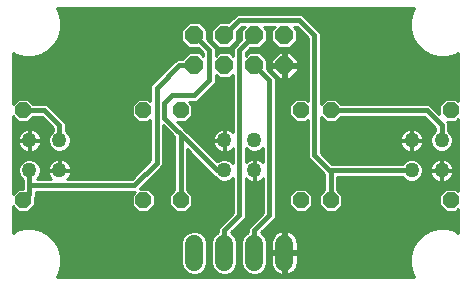
<source format=gbl>
G75*
%MOIN*%
%OFA0B0*%
%FSLAX25Y25*%
%IPPOS*%
%LPD*%
%AMOC8*
5,1,8,0,0,1.08239X$1,22.5*
%
%ADD10OC8,0.06000*%
%ADD11OC8,0.05200*%
%ADD12C,0.05000*%
%ADD13C,0.06000*%
%ADD14C,0.01600*%
%ADD15C,0.01000*%
%ADD16R,0.03962X0.03962*%
D10*
X0069948Y0076500D03*
X0079948Y0076500D03*
X0089948Y0076500D03*
X0099948Y0076500D03*
X0099948Y0086500D03*
X0089948Y0086500D03*
X0079948Y0086500D03*
X0069948Y0086500D03*
D11*
X0065448Y0061500D03*
X0052948Y0061500D03*
X0012948Y0061500D03*
X0012948Y0031500D03*
X0052948Y0031500D03*
X0065448Y0031500D03*
X0105448Y0031500D03*
X0115448Y0031500D03*
X0155448Y0031500D03*
X0155448Y0061500D03*
X0115448Y0061500D03*
X0105448Y0061500D03*
D12*
X0089948Y0051500D03*
X0079948Y0051500D03*
X0079948Y0041500D03*
X0089948Y0041500D03*
X0142448Y0041500D03*
X0152448Y0041500D03*
X0152448Y0051500D03*
X0142448Y0051500D03*
X0024948Y0051500D03*
X0014948Y0051500D03*
X0014948Y0041500D03*
X0024948Y0041500D03*
D13*
X0069948Y0017000D02*
X0069948Y0011000D01*
X0079948Y0011000D02*
X0079948Y0017000D01*
X0089948Y0017000D02*
X0089948Y0011000D01*
X0099948Y0011000D02*
X0099948Y0017000D01*
D14*
X0089948Y0014000D02*
X0089948Y0021500D01*
X0094948Y0026500D01*
X0094948Y0071500D01*
X0089948Y0076500D01*
X0084948Y0081500D02*
X0084948Y0026500D01*
X0079948Y0021500D01*
X0079948Y0014000D01*
X0065448Y0031500D02*
X0065448Y0053500D01*
X0077448Y0041500D01*
X0079948Y0041500D01*
X0065448Y0053500D02*
X0063698Y0055250D01*
X0059948Y0059000D01*
X0059948Y0064000D01*
X0062448Y0066500D01*
X0069948Y0066500D01*
X0074948Y0071500D01*
X0074948Y0081500D01*
X0069948Y0086500D01*
X0079948Y0086500D02*
X0084948Y0091500D01*
X0104948Y0091500D01*
X0109948Y0086500D01*
X0109948Y0046500D01*
X0114948Y0041500D01*
X0115448Y0041000D01*
X0115448Y0031500D01*
X0114948Y0041500D02*
X0142448Y0041500D01*
X0152448Y0051500D02*
X0152448Y0056500D01*
X0147448Y0061500D01*
X0115448Y0061500D01*
X0089948Y0086500D02*
X0084948Y0081500D01*
X0069948Y0076500D02*
X0064948Y0076500D01*
X0057448Y0069000D01*
X0057448Y0044000D01*
X0049948Y0036500D01*
X0014948Y0036500D01*
X0014948Y0041500D01*
X0014948Y0036000D02*
X0014948Y0033500D01*
X0012948Y0031500D01*
X0024948Y0051500D02*
X0024948Y0056500D01*
X0019948Y0061500D01*
X0012948Y0061500D01*
D15*
X0024854Y0007174D02*
X0024176Y0006000D01*
X0143200Y0006000D01*
X0142523Y0007174D01*
X0141787Y0009921D01*
X0141787Y0012764D01*
X0142523Y0015511D01*
X0143944Y0017973D01*
X0145955Y0019984D01*
X0148417Y0021406D01*
X0151164Y0022142D01*
X0154008Y0022142D01*
X0156754Y0021406D01*
X0157928Y0020728D01*
X0157928Y0028465D01*
X0157063Y0027600D01*
X0153833Y0027600D01*
X0151548Y0029885D01*
X0151548Y0033115D01*
X0153833Y0035400D01*
X0157063Y0035400D01*
X0157928Y0034535D01*
X0157928Y0058465D01*
X0157063Y0057600D01*
X0154318Y0057600D01*
X0154548Y0057370D01*
X0154548Y0054743D01*
X0154601Y0054721D01*
X0155670Y0053653D01*
X0156248Y0052256D01*
X0156248Y0050744D01*
X0155670Y0049347D01*
X0154601Y0048279D01*
X0153204Y0047700D01*
X0151692Y0047700D01*
X0150295Y0048279D01*
X0149227Y0049347D01*
X0148648Y0050744D01*
X0148648Y0052256D01*
X0149227Y0053653D01*
X0150295Y0054721D01*
X0150348Y0054743D01*
X0150348Y0055630D01*
X0146578Y0059400D01*
X0118863Y0059400D01*
X0117063Y0057600D01*
X0113833Y0057600D01*
X0112048Y0059385D01*
X0112048Y0047370D01*
X0115818Y0043600D01*
X0139205Y0043600D01*
X0139227Y0043653D01*
X0140295Y0044721D01*
X0141692Y0045300D01*
X0143204Y0045300D01*
X0144601Y0044721D01*
X0145670Y0043653D01*
X0146248Y0042256D01*
X0146248Y0040744D01*
X0145670Y0039347D01*
X0144601Y0038279D01*
X0143204Y0037700D01*
X0141692Y0037700D01*
X0140295Y0038279D01*
X0139227Y0039347D01*
X0139205Y0039400D01*
X0117548Y0039400D01*
X0117548Y0034915D01*
X0119348Y0033115D01*
X0119348Y0029885D01*
X0117063Y0027600D01*
X0113833Y0027600D01*
X0111548Y0029885D01*
X0111548Y0033115D01*
X0113348Y0034915D01*
X0113348Y0040130D01*
X0112848Y0040630D01*
X0107848Y0045630D01*
X0107848Y0058385D01*
X0107063Y0057600D01*
X0103833Y0057600D01*
X0101548Y0059885D01*
X0101548Y0063115D01*
X0103833Y0065400D01*
X0107063Y0065400D01*
X0107848Y0064615D01*
X0107848Y0085630D01*
X0104078Y0089400D01*
X0103129Y0089400D01*
X0104248Y0088281D01*
X0104248Y0084719D01*
X0101729Y0082200D01*
X0098167Y0082200D01*
X0095648Y0084719D01*
X0095648Y0088281D01*
X0096767Y0089400D01*
X0093129Y0089400D01*
X0094248Y0088281D01*
X0094248Y0084719D01*
X0091729Y0082200D01*
X0088618Y0082200D01*
X0087048Y0080630D01*
X0087048Y0079681D01*
X0088167Y0080800D01*
X0091729Y0080800D01*
X0094248Y0078281D01*
X0094248Y0075170D01*
X0095818Y0073600D01*
X0097048Y0072370D01*
X0097048Y0025630D01*
X0095818Y0024400D01*
X0095818Y0024400D01*
X0092157Y0020739D01*
X0092384Y0020645D01*
X0093593Y0019436D01*
X0094248Y0017855D01*
X0094248Y0010145D01*
X0093593Y0008564D01*
X0092384Y0007355D01*
X0090803Y0006700D01*
X0089093Y0006700D01*
X0087512Y0007355D01*
X0086303Y0008564D01*
X0085648Y0010145D01*
X0085648Y0017855D01*
X0086303Y0019436D01*
X0087512Y0020645D01*
X0087848Y0020784D01*
X0087848Y0022370D01*
X0089078Y0023600D01*
X0089078Y0023600D01*
X0092848Y0027370D01*
X0092848Y0038743D01*
X0092498Y0038393D01*
X0091843Y0037955D01*
X0091115Y0037654D01*
X0090342Y0037500D01*
X0090048Y0037500D01*
X0090048Y0041400D01*
X0089848Y0041400D01*
X0089848Y0037500D01*
X0089554Y0037500D01*
X0088781Y0037654D01*
X0088053Y0037955D01*
X0087398Y0038393D01*
X0087048Y0038743D01*
X0087048Y0025630D01*
X0082157Y0020739D01*
X0082384Y0020645D01*
X0083593Y0019436D01*
X0084248Y0017855D01*
X0084248Y0010145D01*
X0083593Y0008564D01*
X0082384Y0007355D01*
X0080803Y0006700D01*
X0079093Y0006700D01*
X0077512Y0007355D01*
X0076303Y0008564D01*
X0075648Y0010145D01*
X0075648Y0017855D01*
X0076303Y0019436D01*
X0077512Y0020645D01*
X0077848Y0020784D01*
X0077848Y0022370D01*
X0079078Y0023600D01*
X0082848Y0027370D01*
X0082848Y0039026D01*
X0082101Y0038279D01*
X0080704Y0037700D01*
X0079192Y0037700D01*
X0077795Y0038279D01*
X0076727Y0039347D01*
X0076705Y0039400D01*
X0076578Y0039400D01*
X0067548Y0048430D01*
X0067548Y0048430D01*
X0067548Y0034915D01*
X0069348Y0033115D01*
X0069348Y0029885D01*
X0067063Y0027600D01*
X0063833Y0027600D01*
X0061548Y0029885D01*
X0061548Y0033115D01*
X0063348Y0034915D01*
X0063348Y0052630D01*
X0062828Y0053150D01*
X0059548Y0056430D01*
X0059548Y0043130D01*
X0051818Y0035400D01*
X0054563Y0035400D01*
X0056848Y0033115D01*
X0056848Y0029885D01*
X0054563Y0027600D01*
X0051333Y0027600D01*
X0049048Y0029885D01*
X0049048Y0033115D01*
X0050333Y0034400D01*
X0017048Y0034400D01*
X0017048Y0032630D01*
X0016848Y0032430D01*
X0016848Y0029885D01*
X0014563Y0027600D01*
X0011333Y0027600D01*
X0009448Y0029485D01*
X0009448Y0020728D01*
X0010622Y0021406D01*
X0013369Y0022142D01*
X0016212Y0022142D01*
X0018959Y0021406D01*
X0021421Y0019984D01*
X0023432Y0017973D01*
X0024854Y0015511D01*
X0025590Y0012764D01*
X0025590Y0009921D01*
X0024854Y0007174D01*
X0024939Y0007491D02*
X0067376Y0007491D01*
X0067512Y0007355D02*
X0069093Y0006700D01*
X0070803Y0006700D01*
X0072384Y0007355D01*
X0073593Y0008564D01*
X0074248Y0010145D01*
X0074248Y0017855D01*
X0073593Y0019436D01*
X0072384Y0020645D01*
X0070803Y0021300D01*
X0069093Y0021300D01*
X0067512Y0020645D01*
X0066303Y0019436D01*
X0065648Y0017855D01*
X0065648Y0010145D01*
X0066303Y0008564D01*
X0067512Y0007355D01*
X0066377Y0008490D02*
X0025206Y0008490D01*
X0025474Y0009488D02*
X0065920Y0009488D01*
X0065648Y0010487D02*
X0025590Y0010487D01*
X0025590Y0011485D02*
X0065648Y0011485D01*
X0065648Y0012484D02*
X0025590Y0012484D01*
X0025397Y0013482D02*
X0065648Y0013482D01*
X0065648Y0014481D02*
X0025130Y0014481D01*
X0024862Y0015479D02*
X0065648Y0015479D01*
X0065648Y0016478D02*
X0024296Y0016478D01*
X0023719Y0017476D02*
X0065648Y0017476D01*
X0065905Y0018475D02*
X0022931Y0018475D01*
X0021932Y0019473D02*
X0066340Y0019473D01*
X0067339Y0020472D02*
X0020577Y0020472D01*
X0018718Y0021470D02*
X0077848Y0021470D01*
X0077947Y0022469D02*
X0009448Y0022469D01*
X0009448Y0023467D02*
X0078945Y0023467D01*
X0079944Y0024466D02*
X0009448Y0024466D01*
X0009448Y0025464D02*
X0080942Y0025464D01*
X0081941Y0026463D02*
X0009448Y0026463D01*
X0009448Y0027461D02*
X0082848Y0027461D01*
X0082848Y0028460D02*
X0067923Y0028460D01*
X0068922Y0029458D02*
X0082848Y0029458D01*
X0082848Y0030457D02*
X0069348Y0030457D01*
X0069348Y0031455D02*
X0082848Y0031455D01*
X0082848Y0032454D02*
X0069348Y0032454D01*
X0069011Y0033452D02*
X0082848Y0033452D01*
X0082848Y0034451D02*
X0068013Y0034451D01*
X0067548Y0035449D02*
X0082848Y0035449D01*
X0082848Y0036448D02*
X0067548Y0036448D01*
X0067548Y0037446D02*
X0082848Y0037446D01*
X0082848Y0038445D02*
X0082267Y0038445D01*
X0077629Y0038445D02*
X0067548Y0038445D01*
X0067548Y0039443D02*
X0076535Y0039443D01*
X0075536Y0040442D02*
X0067548Y0040442D01*
X0067548Y0041440D02*
X0074538Y0041440D01*
X0073539Y0042439D02*
X0067548Y0042439D01*
X0067548Y0043437D02*
X0072541Y0043437D01*
X0071542Y0044436D02*
X0067548Y0044436D01*
X0067548Y0045434D02*
X0070544Y0045434D01*
X0069545Y0046433D02*
X0067548Y0046433D01*
X0067548Y0047432D02*
X0068547Y0047432D01*
X0071491Y0050427D02*
X0076083Y0050427D01*
X0076102Y0050333D02*
X0076403Y0049605D01*
X0076841Y0048950D01*
X0077398Y0048393D01*
X0078053Y0047955D01*
X0078781Y0047654D01*
X0079554Y0047500D01*
X0079848Y0047500D01*
X0079848Y0051400D01*
X0075948Y0051400D01*
X0075948Y0051106D01*
X0076102Y0050333D01*
X0076521Y0049429D02*
X0072489Y0049429D01*
X0073488Y0048430D02*
X0077361Y0048430D01*
X0079848Y0048430D02*
X0080048Y0048430D01*
X0080048Y0047500D02*
X0080342Y0047500D01*
X0081115Y0047654D01*
X0081843Y0047955D01*
X0082498Y0048393D01*
X0082848Y0048743D01*
X0082848Y0043974D01*
X0082101Y0044721D01*
X0080704Y0045300D01*
X0079192Y0045300D01*
X0077795Y0044721D01*
X0077496Y0044422D01*
X0066318Y0055600D01*
X0065798Y0056120D01*
X0064318Y0057600D01*
X0067063Y0057600D01*
X0069348Y0059885D01*
X0069348Y0063115D01*
X0068063Y0064400D01*
X0070818Y0064400D01*
X0072048Y0065630D01*
X0077048Y0070630D01*
X0077048Y0073319D01*
X0078167Y0072200D01*
X0081729Y0072200D01*
X0082848Y0073319D01*
X0082848Y0054257D01*
X0082498Y0054607D01*
X0081843Y0055045D01*
X0081115Y0055346D01*
X0080342Y0055500D01*
X0080048Y0055500D01*
X0080048Y0051600D01*
X0079848Y0051600D01*
X0079848Y0051400D01*
X0080048Y0051400D01*
X0080048Y0047500D01*
X0080048Y0049429D02*
X0079848Y0049429D01*
X0079848Y0050427D02*
X0080048Y0050427D01*
X0079848Y0051426D02*
X0070492Y0051426D01*
X0069494Y0052424D02*
X0076053Y0052424D01*
X0076102Y0052667D02*
X0075948Y0051894D01*
X0075948Y0051600D01*
X0079848Y0051600D01*
X0079848Y0055500D01*
X0079554Y0055500D01*
X0078781Y0055346D01*
X0078053Y0055045D01*
X0077398Y0054607D01*
X0076841Y0054050D01*
X0076403Y0053395D01*
X0076102Y0052667D01*
X0076422Y0053423D02*
X0068495Y0053423D01*
X0067497Y0054421D02*
X0077212Y0054421D01*
X0079150Y0055420D02*
X0066498Y0055420D01*
X0065500Y0056418D02*
X0082848Y0056418D01*
X0082848Y0055420D02*
X0080746Y0055420D01*
X0080048Y0055420D02*
X0079848Y0055420D01*
X0079848Y0054421D02*
X0080048Y0054421D01*
X0080048Y0053423D02*
X0079848Y0053423D01*
X0079848Y0052424D02*
X0080048Y0052424D01*
X0082684Y0054421D02*
X0082848Y0054421D01*
X0082848Y0057417D02*
X0064501Y0057417D01*
X0067879Y0058415D02*
X0082848Y0058415D01*
X0082848Y0059414D02*
X0068877Y0059414D01*
X0069348Y0060412D02*
X0082848Y0060412D01*
X0082848Y0061411D02*
X0069348Y0061411D01*
X0069348Y0062409D02*
X0082848Y0062409D01*
X0082848Y0063408D02*
X0069056Y0063408D01*
X0070824Y0064406D02*
X0082848Y0064406D01*
X0082848Y0065405D02*
X0071823Y0065405D01*
X0072821Y0066403D02*
X0082848Y0066403D01*
X0082848Y0067402D02*
X0073820Y0067402D01*
X0074818Y0068400D02*
X0082848Y0068400D01*
X0082848Y0069399D02*
X0075817Y0069399D01*
X0076815Y0070397D02*
X0082848Y0070397D01*
X0082848Y0071396D02*
X0077048Y0071396D01*
X0077048Y0072394D02*
X0077973Y0072394D01*
X0081923Y0072394D02*
X0082848Y0072394D01*
X0082848Y0079681D02*
X0081729Y0080800D01*
X0078167Y0080800D01*
X0077048Y0079681D01*
X0077048Y0082370D01*
X0075818Y0083600D01*
X0074248Y0085170D01*
X0074248Y0088281D01*
X0071729Y0090800D01*
X0068167Y0090800D01*
X0065648Y0088281D01*
X0065648Y0084719D01*
X0068167Y0082200D01*
X0071278Y0082200D01*
X0072848Y0080630D01*
X0072848Y0079681D01*
X0071729Y0080800D01*
X0068167Y0080800D01*
X0065967Y0078600D01*
X0064078Y0078600D01*
X0056578Y0071100D01*
X0055348Y0069870D01*
X0055348Y0064615D01*
X0054563Y0065400D01*
X0051333Y0065400D01*
X0049048Y0063115D01*
X0049048Y0059885D01*
X0051333Y0057600D01*
X0054563Y0057600D01*
X0055348Y0058385D01*
X0055348Y0044870D01*
X0049078Y0038600D01*
X0027705Y0038600D01*
X0028055Y0038950D01*
X0028493Y0039605D01*
X0028794Y0040333D01*
X0028948Y0041106D01*
X0028948Y0041400D01*
X0025048Y0041400D01*
X0025048Y0041600D01*
X0024848Y0041600D01*
X0024848Y0041400D01*
X0020948Y0041400D01*
X0020948Y0041106D01*
X0021102Y0040333D01*
X0021403Y0039605D01*
X0021841Y0038950D01*
X0022191Y0038600D01*
X0017422Y0038600D01*
X0018170Y0039347D01*
X0018748Y0040744D01*
X0018748Y0042256D01*
X0018170Y0043653D01*
X0017101Y0044721D01*
X0015704Y0045300D01*
X0014192Y0045300D01*
X0012795Y0044721D01*
X0011727Y0043653D01*
X0011148Y0042256D01*
X0011148Y0040744D01*
X0011727Y0039347D01*
X0012795Y0038279D01*
X0012848Y0038257D01*
X0012848Y0035400D01*
X0011333Y0035400D01*
X0009448Y0033515D01*
X0009448Y0059485D01*
X0011333Y0057600D01*
X0014563Y0057600D01*
X0016363Y0059400D01*
X0019078Y0059400D01*
X0022848Y0055630D01*
X0022848Y0054743D01*
X0022795Y0054721D01*
X0021727Y0053653D01*
X0021148Y0052256D01*
X0021148Y0050744D01*
X0021727Y0049347D01*
X0022795Y0048279D01*
X0024192Y0047700D01*
X0025704Y0047700D01*
X0027101Y0048279D01*
X0028170Y0049347D01*
X0028748Y0050744D01*
X0028748Y0052256D01*
X0028170Y0053653D01*
X0027101Y0054721D01*
X0027048Y0054743D01*
X0027048Y0057370D01*
X0022048Y0062370D01*
X0020818Y0063600D01*
X0016363Y0063600D01*
X0014563Y0065400D01*
X0011333Y0065400D01*
X0009448Y0063515D01*
X0009448Y0080697D01*
X0010622Y0080019D01*
X0013369Y0079283D01*
X0016212Y0079283D01*
X0018959Y0080019D01*
X0021421Y0081441D01*
X0023432Y0083452D01*
X0024854Y0085914D01*
X0025590Y0088661D01*
X0025590Y0091504D01*
X0024854Y0094251D01*
X0024176Y0095425D01*
X0143200Y0095425D01*
X0142523Y0094251D01*
X0141787Y0091504D01*
X0141787Y0088661D01*
X0142523Y0085914D01*
X0143944Y0083452D01*
X0145955Y0081441D01*
X0148417Y0080019D01*
X0151164Y0079283D01*
X0154008Y0079283D01*
X0156754Y0080019D01*
X0157928Y0080697D01*
X0157928Y0064535D01*
X0157063Y0065400D01*
X0153833Y0065400D01*
X0151548Y0063115D01*
X0151548Y0060370D01*
X0148318Y0063600D01*
X0118863Y0063600D01*
X0117063Y0065400D01*
X0113833Y0065400D01*
X0112048Y0063615D01*
X0112048Y0087370D01*
X0110818Y0088600D01*
X0105818Y0093600D01*
X0084078Y0093600D01*
X0082848Y0092370D01*
X0081278Y0090800D01*
X0078167Y0090800D01*
X0075648Y0088281D01*
X0075648Y0084719D01*
X0078167Y0082200D01*
X0081729Y0082200D01*
X0084248Y0084719D01*
X0084248Y0087830D01*
X0085818Y0089400D01*
X0086767Y0089400D01*
X0085648Y0088281D01*
X0085648Y0085170D01*
X0084078Y0083600D01*
X0082848Y0082370D01*
X0082848Y0079681D01*
X0082848Y0080382D02*
X0082147Y0080382D01*
X0082848Y0081381D02*
X0077048Y0081381D01*
X0077038Y0082379D02*
X0077988Y0082379D01*
X0076989Y0083378D02*
X0076040Y0083378D01*
X0075990Y0084376D02*
X0075041Y0084376D01*
X0075648Y0085375D02*
X0074248Y0085375D01*
X0074248Y0086373D02*
X0075648Y0086373D01*
X0075648Y0087372D02*
X0074248Y0087372D01*
X0074159Y0088370D02*
X0075737Y0088370D01*
X0076736Y0089369D02*
X0073160Y0089369D01*
X0072162Y0090368D02*
X0077734Y0090368D01*
X0081844Y0091366D02*
X0025590Y0091366D01*
X0025590Y0090368D02*
X0067734Y0090368D01*
X0066736Y0089369D02*
X0025590Y0089369D01*
X0025512Y0088370D02*
X0065737Y0088370D01*
X0065648Y0087372D02*
X0025244Y0087372D01*
X0024977Y0086373D02*
X0065648Y0086373D01*
X0065648Y0085375D02*
X0024542Y0085375D01*
X0023966Y0084376D02*
X0065990Y0084376D01*
X0066989Y0083378D02*
X0023358Y0083378D01*
X0022360Y0082379D02*
X0067988Y0082379D01*
X0067749Y0080382D02*
X0019588Y0080382D01*
X0016587Y0079384D02*
X0066751Y0079384D01*
X0063864Y0078385D02*
X0009448Y0078385D01*
X0009448Y0077387D02*
X0062865Y0077387D01*
X0061867Y0076388D02*
X0009448Y0076388D01*
X0009448Y0075390D02*
X0060868Y0075390D01*
X0059870Y0074391D02*
X0009448Y0074391D01*
X0009448Y0073393D02*
X0058871Y0073393D01*
X0057872Y0072394D02*
X0009448Y0072394D01*
X0009448Y0071396D02*
X0056874Y0071396D01*
X0055875Y0070397D02*
X0009448Y0070397D01*
X0009448Y0069399D02*
X0055348Y0069399D01*
X0055348Y0068400D02*
X0009448Y0068400D01*
X0009448Y0067402D02*
X0055348Y0067402D01*
X0055348Y0066403D02*
X0009448Y0066403D01*
X0009448Y0065405D02*
X0055348Y0065405D01*
X0050339Y0064406D02*
X0015557Y0064406D01*
X0010339Y0064406D02*
X0009448Y0064406D01*
X0009448Y0059414D02*
X0009519Y0059414D01*
X0009448Y0058415D02*
X0010517Y0058415D01*
X0009448Y0057417D02*
X0021062Y0057417D01*
X0022060Y0056418D02*
X0009448Y0056418D01*
X0009448Y0055420D02*
X0014150Y0055420D01*
X0013781Y0055346D02*
X0013053Y0055045D01*
X0012398Y0054607D01*
X0011841Y0054050D01*
X0011403Y0053395D01*
X0011102Y0052667D01*
X0010948Y0051894D01*
X0010948Y0051600D01*
X0014848Y0051600D01*
X0014848Y0051400D01*
X0010948Y0051400D01*
X0010948Y0051106D01*
X0011102Y0050333D01*
X0011403Y0049605D01*
X0011841Y0048950D01*
X0012398Y0048393D01*
X0013053Y0047955D01*
X0013781Y0047654D01*
X0014554Y0047500D01*
X0014848Y0047500D01*
X0014848Y0051400D01*
X0015048Y0051400D01*
X0015048Y0047500D01*
X0015342Y0047500D01*
X0016115Y0047654D01*
X0016843Y0047955D01*
X0017498Y0048393D01*
X0018055Y0048950D01*
X0018493Y0049605D01*
X0018794Y0050333D01*
X0018948Y0051106D01*
X0018948Y0051400D01*
X0015048Y0051400D01*
X0015048Y0051600D01*
X0014848Y0051600D01*
X0014848Y0055500D01*
X0014554Y0055500D01*
X0013781Y0055346D01*
X0014848Y0055420D02*
X0015048Y0055420D01*
X0015048Y0055500D02*
X0015048Y0051600D01*
X0018948Y0051600D01*
X0018948Y0051894D01*
X0018794Y0052667D01*
X0018493Y0053395D01*
X0018055Y0054050D01*
X0017498Y0054607D01*
X0016843Y0055045D01*
X0016115Y0055346D01*
X0015342Y0055500D01*
X0015048Y0055500D01*
X0015746Y0055420D02*
X0022848Y0055420D01*
X0022495Y0054421D02*
X0017684Y0054421D01*
X0018474Y0053423D02*
X0021631Y0053423D01*
X0021218Y0052424D02*
X0018843Y0052424D01*
X0021148Y0051426D02*
X0015048Y0051426D01*
X0014848Y0051426D02*
X0009448Y0051426D01*
X0009448Y0052424D02*
X0011053Y0052424D01*
X0011422Y0053423D02*
X0009448Y0053423D01*
X0009448Y0054421D02*
X0012212Y0054421D01*
X0014848Y0054421D02*
X0015048Y0054421D01*
X0015048Y0053423D02*
X0014848Y0053423D01*
X0014848Y0052424D02*
X0015048Y0052424D01*
X0015048Y0050427D02*
X0014848Y0050427D01*
X0014848Y0049429D02*
X0015048Y0049429D01*
X0015048Y0048430D02*
X0014848Y0048430D01*
X0017535Y0048430D02*
X0022644Y0048430D01*
X0021693Y0049429D02*
X0018375Y0049429D01*
X0018813Y0050427D02*
X0021279Y0050427D01*
X0027252Y0048430D02*
X0055348Y0048430D01*
X0055348Y0047432D02*
X0009448Y0047432D01*
X0009448Y0048430D02*
X0012361Y0048430D01*
X0011521Y0049429D02*
X0009448Y0049429D01*
X0009448Y0050427D02*
X0011083Y0050427D01*
X0009448Y0046433D02*
X0055348Y0046433D01*
X0055348Y0045434D02*
X0025671Y0045434D01*
X0025342Y0045500D02*
X0025048Y0045500D01*
X0025048Y0041600D01*
X0028948Y0041600D01*
X0028948Y0041894D01*
X0028794Y0042667D01*
X0028493Y0043395D01*
X0028055Y0044050D01*
X0027498Y0044607D01*
X0026843Y0045045D01*
X0026115Y0045346D01*
X0025342Y0045500D01*
X0025048Y0045434D02*
X0024848Y0045434D01*
X0024848Y0045500D02*
X0024554Y0045500D01*
X0023781Y0045346D01*
X0023053Y0045045D01*
X0022398Y0044607D01*
X0021841Y0044050D01*
X0021403Y0043395D01*
X0021102Y0042667D01*
X0020948Y0041894D01*
X0020948Y0041600D01*
X0024848Y0041600D01*
X0024848Y0045500D01*
X0024225Y0045434D02*
X0009448Y0045434D01*
X0009448Y0044436D02*
X0012510Y0044436D01*
X0011637Y0043437D02*
X0009448Y0043437D01*
X0009448Y0042439D02*
X0011224Y0042439D01*
X0011148Y0041440D02*
X0009448Y0041440D01*
X0009448Y0040442D02*
X0011273Y0040442D01*
X0011687Y0039443D02*
X0009448Y0039443D01*
X0009448Y0038445D02*
X0012629Y0038445D01*
X0012848Y0037446D02*
X0009448Y0037446D01*
X0009448Y0036448D02*
X0012848Y0036448D01*
X0012848Y0035449D02*
X0009448Y0035449D01*
X0009448Y0034451D02*
X0010384Y0034451D01*
X0017048Y0033452D02*
X0049385Y0033452D01*
X0049048Y0032454D02*
X0016872Y0032454D01*
X0016848Y0031455D02*
X0049048Y0031455D01*
X0049048Y0030457D02*
X0016848Y0030457D01*
X0016422Y0029458D02*
X0049474Y0029458D01*
X0050473Y0028460D02*
X0015423Y0028460D01*
X0010473Y0028460D02*
X0009448Y0028460D01*
X0009448Y0029458D02*
X0009474Y0029458D01*
X0009448Y0021470D02*
X0010863Y0021470D01*
X0024460Y0006493D02*
X0142916Y0006493D01*
X0142438Y0007491D02*
X0102774Y0007491D01*
X0102880Y0007568D02*
X0103380Y0008068D01*
X0103797Y0008641D01*
X0104118Y0009273D01*
X0104337Y0009946D01*
X0104448Y0010646D01*
X0104448Y0013500D01*
X0100448Y0013500D01*
X0100448Y0006523D01*
X0101002Y0006611D01*
X0101675Y0006830D01*
X0102307Y0007151D01*
X0102880Y0007568D01*
X0103686Y0008490D02*
X0142170Y0008490D01*
X0141903Y0009488D02*
X0104188Y0009488D01*
X0104423Y0010487D02*
X0141787Y0010487D01*
X0141787Y0011485D02*
X0104448Y0011485D01*
X0104448Y0012484D02*
X0141787Y0012484D01*
X0141979Y0013482D02*
X0104448Y0013482D01*
X0104448Y0014500D02*
X0104448Y0017354D01*
X0104337Y0018054D01*
X0104118Y0018727D01*
X0103797Y0019359D01*
X0103380Y0019932D01*
X0102880Y0020432D01*
X0102307Y0020849D01*
X0101675Y0021170D01*
X0101002Y0021389D01*
X0100448Y0021477D01*
X0100448Y0014500D01*
X0099448Y0014500D01*
X0099448Y0013500D01*
X0095448Y0013500D01*
X0095448Y0010646D01*
X0095559Y0009946D01*
X0095778Y0009273D01*
X0096099Y0008641D01*
X0096516Y0008068D01*
X0097016Y0007568D01*
X0097590Y0007151D01*
X0098221Y0006830D01*
X0098894Y0006611D01*
X0099448Y0006523D01*
X0099448Y0013500D01*
X0100448Y0013500D01*
X0100448Y0014500D01*
X0104448Y0014500D01*
X0104448Y0015479D02*
X0142514Y0015479D01*
X0142247Y0014481D02*
X0100448Y0014481D01*
X0100448Y0015479D02*
X0099448Y0015479D01*
X0099448Y0014500D02*
X0099448Y0021477D01*
X0098894Y0021389D01*
X0098221Y0021170D01*
X0097590Y0020849D01*
X0097016Y0020432D01*
X0096516Y0019932D01*
X0096099Y0019359D01*
X0095778Y0018727D01*
X0095559Y0018054D01*
X0095448Y0017354D01*
X0095448Y0014500D01*
X0099448Y0014500D01*
X0099448Y0014481D02*
X0094248Y0014481D01*
X0094248Y0015479D02*
X0095448Y0015479D01*
X0095448Y0016478D02*
X0094248Y0016478D01*
X0094248Y0017476D02*
X0095467Y0017476D01*
X0095696Y0018475D02*
X0093991Y0018475D01*
X0093556Y0019473D02*
X0096183Y0019473D01*
X0097071Y0020472D02*
X0092557Y0020472D01*
X0092888Y0021470D02*
X0099406Y0021470D01*
X0099448Y0021470D02*
X0100448Y0021470D01*
X0100490Y0021470D02*
X0148658Y0021470D01*
X0146800Y0020472D02*
X0102825Y0020472D01*
X0103713Y0019473D02*
X0145444Y0019473D01*
X0144446Y0018475D02*
X0104200Y0018475D01*
X0104429Y0017476D02*
X0143657Y0017476D01*
X0143081Y0016478D02*
X0104448Y0016478D01*
X0100448Y0016478D02*
X0099448Y0016478D01*
X0099448Y0017476D02*
X0100448Y0017476D01*
X0100448Y0018475D02*
X0099448Y0018475D01*
X0099448Y0019473D02*
X0100448Y0019473D01*
X0100448Y0020472D02*
X0099448Y0020472D01*
X0094885Y0023467D02*
X0157928Y0023467D01*
X0157928Y0022469D02*
X0093887Y0022469D01*
X0095884Y0024466D02*
X0157928Y0024466D01*
X0157928Y0025464D02*
X0096882Y0025464D01*
X0097048Y0026463D02*
X0157928Y0026463D01*
X0157928Y0027461D02*
X0097048Y0027461D01*
X0097048Y0028460D02*
X0102973Y0028460D01*
X0103833Y0027600D02*
X0107063Y0027600D01*
X0109348Y0029885D01*
X0109348Y0033115D01*
X0107063Y0035400D01*
X0103833Y0035400D01*
X0101548Y0033115D01*
X0101548Y0029885D01*
X0103833Y0027600D01*
X0101974Y0029458D02*
X0097048Y0029458D01*
X0097048Y0030457D02*
X0101548Y0030457D01*
X0101548Y0031455D02*
X0097048Y0031455D01*
X0097048Y0032454D02*
X0101548Y0032454D01*
X0101885Y0033452D02*
X0097048Y0033452D01*
X0097048Y0034451D02*
X0102883Y0034451D01*
X0108013Y0034451D02*
X0112883Y0034451D01*
X0113348Y0035449D02*
X0097048Y0035449D01*
X0097048Y0036448D02*
X0113348Y0036448D01*
X0113348Y0037446D02*
X0097048Y0037446D01*
X0097048Y0038445D02*
X0113348Y0038445D01*
X0113348Y0039443D02*
X0097048Y0039443D01*
X0097048Y0040442D02*
X0113036Y0040442D01*
X0112038Y0041440D02*
X0097048Y0041440D01*
X0097048Y0042439D02*
X0111039Y0042439D01*
X0110041Y0043437D02*
X0097048Y0043437D01*
X0097048Y0044436D02*
X0109042Y0044436D01*
X0108044Y0045434D02*
X0097048Y0045434D01*
X0097048Y0046433D02*
X0107848Y0046433D01*
X0107848Y0047432D02*
X0097048Y0047432D01*
X0097048Y0048430D02*
X0107848Y0048430D01*
X0107848Y0049429D02*
X0097048Y0049429D01*
X0097048Y0050427D02*
X0107848Y0050427D01*
X0107848Y0051426D02*
X0097048Y0051426D01*
X0097048Y0052424D02*
X0107848Y0052424D01*
X0107848Y0053423D02*
X0097048Y0053423D01*
X0097048Y0054421D02*
X0107848Y0054421D01*
X0107848Y0055420D02*
X0097048Y0055420D01*
X0097048Y0056418D02*
X0107848Y0056418D01*
X0107848Y0057417D02*
X0097048Y0057417D01*
X0097048Y0058415D02*
X0103017Y0058415D01*
X0102019Y0059414D02*
X0097048Y0059414D01*
X0097048Y0060412D02*
X0101548Y0060412D01*
X0101548Y0061411D02*
X0097048Y0061411D01*
X0097048Y0062409D02*
X0101548Y0062409D01*
X0101840Y0063408D02*
X0097048Y0063408D01*
X0097048Y0064406D02*
X0102839Y0064406D01*
X0107848Y0065405D02*
X0097048Y0065405D01*
X0097048Y0066403D02*
X0107848Y0066403D01*
X0107848Y0067402D02*
X0097048Y0067402D01*
X0097048Y0068400D02*
X0107848Y0068400D01*
X0107848Y0069399D02*
X0097048Y0069399D01*
X0097048Y0070397D02*
X0107848Y0070397D01*
X0107848Y0071396D02*
X0097048Y0071396D01*
X0097024Y0072394D02*
X0097690Y0072394D01*
X0098084Y0072000D02*
X0099448Y0072000D01*
X0099448Y0076000D01*
X0095448Y0076000D01*
X0095448Y0074636D01*
X0098084Y0072000D01*
X0099448Y0072394D02*
X0100448Y0072394D01*
X0100448Y0072000D02*
X0101812Y0072000D01*
X0104448Y0074636D01*
X0104448Y0076000D01*
X0100448Y0076000D01*
X0100448Y0072000D01*
X0102206Y0072394D02*
X0107848Y0072394D01*
X0107848Y0073393D02*
X0103205Y0073393D01*
X0104203Y0074391D02*
X0107848Y0074391D01*
X0107848Y0075390D02*
X0104448Y0075390D01*
X0104448Y0077000D02*
X0104448Y0078364D01*
X0101812Y0081000D01*
X0100448Y0081000D01*
X0100448Y0077000D01*
X0099448Y0077000D01*
X0099448Y0076000D01*
X0100448Y0076000D01*
X0100448Y0077000D01*
X0104448Y0077000D01*
X0104448Y0077387D02*
X0107848Y0077387D01*
X0107848Y0078385D02*
X0104427Y0078385D01*
X0103428Y0079384D02*
X0107848Y0079384D01*
X0107848Y0080382D02*
X0102430Y0080382D01*
X0100448Y0080382D02*
X0099448Y0080382D01*
X0099448Y0081000D02*
X0098084Y0081000D01*
X0095448Y0078364D01*
X0095448Y0077000D01*
X0099448Y0077000D01*
X0099448Y0081000D01*
X0099448Y0079384D02*
X0100448Y0079384D01*
X0100448Y0078385D02*
X0099448Y0078385D01*
X0099448Y0077387D02*
X0100448Y0077387D01*
X0100448Y0076388D02*
X0107848Y0076388D01*
X0112048Y0076388D02*
X0157928Y0076388D01*
X0157928Y0075390D02*
X0112048Y0075390D01*
X0112048Y0074391D02*
X0157928Y0074391D01*
X0157928Y0073393D02*
X0112048Y0073393D01*
X0112048Y0072394D02*
X0157928Y0072394D01*
X0157928Y0071396D02*
X0112048Y0071396D01*
X0112048Y0070397D02*
X0157928Y0070397D01*
X0157928Y0069399D02*
X0112048Y0069399D01*
X0112048Y0068400D02*
X0157928Y0068400D01*
X0157928Y0067402D02*
X0112048Y0067402D01*
X0112048Y0066403D02*
X0157928Y0066403D01*
X0157928Y0065405D02*
X0112048Y0065405D01*
X0112048Y0064406D02*
X0112839Y0064406D01*
X0118057Y0064406D02*
X0152839Y0064406D01*
X0151840Y0063408D02*
X0148510Y0063408D01*
X0149509Y0062409D02*
X0151548Y0062409D01*
X0151548Y0061411D02*
X0150507Y0061411D01*
X0151506Y0060412D02*
X0151548Y0060412D01*
X0147563Y0058415D02*
X0117879Y0058415D01*
X0113017Y0058415D02*
X0112048Y0058415D01*
X0112048Y0057417D02*
X0148562Y0057417D01*
X0149560Y0056418D02*
X0112048Y0056418D01*
X0112048Y0055420D02*
X0141650Y0055420D01*
X0141281Y0055346D02*
X0140553Y0055045D01*
X0139898Y0054607D01*
X0139341Y0054050D01*
X0138903Y0053395D01*
X0138602Y0052667D01*
X0138448Y0051894D01*
X0138448Y0051600D01*
X0142348Y0051600D01*
X0142348Y0051400D01*
X0138448Y0051400D01*
X0138448Y0051106D01*
X0138602Y0050333D01*
X0138903Y0049605D01*
X0139341Y0048950D01*
X0139898Y0048393D01*
X0140553Y0047955D01*
X0141281Y0047654D01*
X0142054Y0047500D01*
X0142348Y0047500D01*
X0142348Y0051400D01*
X0142548Y0051400D01*
X0142548Y0047500D01*
X0142842Y0047500D01*
X0143615Y0047654D01*
X0144343Y0047955D01*
X0144998Y0048393D01*
X0145555Y0048950D01*
X0145993Y0049605D01*
X0146294Y0050333D01*
X0146448Y0051106D01*
X0146448Y0051400D01*
X0142548Y0051400D01*
X0142548Y0051600D01*
X0142348Y0051600D01*
X0142348Y0055500D01*
X0142054Y0055500D01*
X0141281Y0055346D01*
X0142348Y0055420D02*
X0142548Y0055420D01*
X0142548Y0055500D02*
X0142548Y0051600D01*
X0146448Y0051600D01*
X0146448Y0051894D01*
X0146294Y0052667D01*
X0145993Y0053395D01*
X0145555Y0054050D01*
X0144998Y0054607D01*
X0144343Y0055045D01*
X0143615Y0055346D01*
X0142842Y0055500D01*
X0142548Y0055500D01*
X0143246Y0055420D02*
X0150348Y0055420D01*
X0149995Y0054421D02*
X0145184Y0054421D01*
X0145974Y0053423D02*
X0149131Y0053423D01*
X0148718Y0052424D02*
X0146343Y0052424D01*
X0148648Y0051426D02*
X0142548Y0051426D01*
X0142348Y0051426D02*
X0112048Y0051426D01*
X0112048Y0052424D02*
X0138553Y0052424D01*
X0138922Y0053423D02*
X0112048Y0053423D01*
X0112048Y0054421D02*
X0139712Y0054421D01*
X0142348Y0054421D02*
X0142548Y0054421D01*
X0142548Y0053423D02*
X0142348Y0053423D01*
X0142348Y0052424D02*
X0142548Y0052424D01*
X0142548Y0050427D02*
X0142348Y0050427D01*
X0142348Y0049429D02*
X0142548Y0049429D01*
X0142548Y0048430D02*
X0142348Y0048430D01*
X0139861Y0048430D02*
X0112048Y0048430D01*
X0112048Y0047432D02*
X0157928Y0047432D01*
X0157928Y0048430D02*
X0154752Y0048430D01*
X0155703Y0049429D02*
X0157928Y0049429D01*
X0157928Y0050427D02*
X0156117Y0050427D01*
X0156248Y0051426D02*
X0157928Y0051426D01*
X0157928Y0052424D02*
X0156178Y0052424D01*
X0155765Y0053423D02*
X0157928Y0053423D01*
X0157928Y0054421D02*
X0154901Y0054421D01*
X0154548Y0055420D02*
X0157928Y0055420D01*
X0157928Y0056418D02*
X0154548Y0056418D01*
X0154501Y0057417D02*
X0157928Y0057417D01*
X0157928Y0058415D02*
X0157879Y0058415D01*
X0148779Y0050427D02*
X0146313Y0050427D01*
X0145875Y0049429D02*
X0149193Y0049429D01*
X0150144Y0048430D02*
X0145035Y0048430D01*
X0149898Y0044607D02*
X0150553Y0045045D01*
X0151281Y0045346D01*
X0152054Y0045500D01*
X0152348Y0045500D01*
X0152348Y0041600D01*
X0152348Y0041400D01*
X0148448Y0041400D01*
X0148448Y0041106D01*
X0148602Y0040333D01*
X0148903Y0039605D01*
X0149341Y0038950D01*
X0149898Y0038393D01*
X0150553Y0037955D01*
X0151281Y0037654D01*
X0152054Y0037500D01*
X0152348Y0037500D01*
X0152348Y0041400D01*
X0152548Y0041400D01*
X0152548Y0037500D01*
X0152842Y0037500D01*
X0153615Y0037654D01*
X0154343Y0037955D01*
X0154998Y0038393D01*
X0155555Y0038950D01*
X0155993Y0039605D01*
X0156294Y0040333D01*
X0156448Y0041106D01*
X0156448Y0041400D01*
X0152548Y0041400D01*
X0152548Y0041600D01*
X0152348Y0041600D01*
X0148448Y0041600D01*
X0148448Y0041894D01*
X0148602Y0042667D01*
X0148903Y0043395D01*
X0149341Y0044050D01*
X0149898Y0044607D01*
X0149727Y0044436D02*
X0144886Y0044436D01*
X0145759Y0043437D02*
X0148932Y0043437D01*
X0148556Y0042439D02*
X0146172Y0042439D01*
X0146248Y0041440D02*
X0152348Y0041440D01*
X0152548Y0041440D02*
X0157928Y0041440D01*
X0157928Y0040442D02*
X0156316Y0040442D01*
X0155885Y0039443D02*
X0157928Y0039443D01*
X0157928Y0038445D02*
X0155050Y0038445D01*
X0152548Y0038445D02*
X0152348Y0038445D01*
X0152348Y0039443D02*
X0152548Y0039443D01*
X0152548Y0040442D02*
X0152348Y0040442D01*
X0152548Y0041600D02*
X0156448Y0041600D01*
X0156448Y0041894D01*
X0156294Y0042667D01*
X0155993Y0043395D01*
X0155555Y0044050D01*
X0154998Y0044607D01*
X0154343Y0045045D01*
X0153615Y0045346D01*
X0152842Y0045500D01*
X0152548Y0045500D01*
X0152548Y0041600D01*
X0152548Y0042439D02*
X0152348Y0042439D01*
X0152348Y0043437D02*
X0152548Y0043437D01*
X0152548Y0044436D02*
X0152348Y0044436D01*
X0152348Y0045434D02*
X0152548Y0045434D01*
X0153171Y0045434D02*
X0157928Y0045434D01*
X0157928Y0044436D02*
X0155169Y0044436D01*
X0155964Y0043437D02*
X0157928Y0043437D01*
X0157928Y0042439D02*
X0156340Y0042439D01*
X0151725Y0045434D02*
X0113983Y0045434D01*
X0114982Y0044436D02*
X0140010Y0044436D01*
X0146123Y0040442D02*
X0148580Y0040442D01*
X0149011Y0039443D02*
X0145709Y0039443D01*
X0144767Y0038445D02*
X0149846Y0038445D01*
X0152883Y0034451D02*
X0118013Y0034451D01*
X0117548Y0035449D02*
X0157928Y0035449D01*
X0157928Y0036448D02*
X0117548Y0036448D01*
X0117548Y0037446D02*
X0157928Y0037446D01*
X0151885Y0033452D02*
X0119011Y0033452D01*
X0119348Y0032454D02*
X0151548Y0032454D01*
X0151548Y0031455D02*
X0119348Y0031455D01*
X0119348Y0030457D02*
X0151548Y0030457D01*
X0151974Y0029458D02*
X0118922Y0029458D01*
X0117923Y0028460D02*
X0152973Y0028460D01*
X0157923Y0028460D02*
X0157928Y0028460D01*
X0157928Y0021470D02*
X0156514Y0021470D01*
X0140129Y0038445D02*
X0117548Y0038445D01*
X0111885Y0033452D02*
X0109011Y0033452D01*
X0109348Y0032454D02*
X0111548Y0032454D01*
X0111548Y0031455D02*
X0109348Y0031455D01*
X0109348Y0030457D02*
X0111548Y0030457D01*
X0111974Y0029458D02*
X0108922Y0029458D01*
X0107923Y0028460D02*
X0112973Y0028460D01*
X0092848Y0028460D02*
X0087048Y0028460D01*
X0087048Y0029458D02*
X0092848Y0029458D01*
X0092848Y0030457D02*
X0087048Y0030457D01*
X0087048Y0031455D02*
X0092848Y0031455D01*
X0092848Y0032454D02*
X0087048Y0032454D01*
X0087048Y0033452D02*
X0092848Y0033452D01*
X0092848Y0034451D02*
X0087048Y0034451D01*
X0087048Y0035449D02*
X0092848Y0035449D01*
X0092848Y0036448D02*
X0087048Y0036448D01*
X0087048Y0037446D02*
X0092848Y0037446D01*
X0092848Y0038445D02*
X0092550Y0038445D01*
X0090048Y0038445D02*
X0089848Y0038445D01*
X0089848Y0039443D02*
X0090048Y0039443D01*
X0090048Y0040442D02*
X0089848Y0040442D01*
X0089848Y0041600D02*
X0089848Y0045500D01*
X0089554Y0045500D01*
X0088781Y0045346D01*
X0088053Y0045045D01*
X0087398Y0044607D01*
X0087048Y0044257D01*
X0087048Y0049026D01*
X0087795Y0048279D01*
X0089192Y0047700D01*
X0090704Y0047700D01*
X0092101Y0048279D01*
X0092848Y0049026D01*
X0092848Y0044257D01*
X0092498Y0044607D01*
X0091843Y0045045D01*
X0091115Y0045346D01*
X0090342Y0045500D01*
X0090048Y0045500D01*
X0090048Y0041600D01*
X0089848Y0041600D01*
X0089848Y0042439D02*
X0090048Y0042439D01*
X0090048Y0043437D02*
X0089848Y0043437D01*
X0089848Y0044436D02*
X0090048Y0044436D01*
X0090048Y0045434D02*
X0089848Y0045434D01*
X0089225Y0045434D02*
X0087048Y0045434D01*
X0087048Y0044436D02*
X0087227Y0044436D01*
X0087048Y0046433D02*
X0092848Y0046433D01*
X0092848Y0045434D02*
X0090671Y0045434D01*
X0092669Y0044436D02*
X0092848Y0044436D01*
X0092848Y0047432D02*
X0087048Y0047432D01*
X0087048Y0048430D02*
X0087644Y0048430D01*
X0092252Y0048430D02*
X0092848Y0048430D01*
X0082848Y0048430D02*
X0082535Y0048430D01*
X0082848Y0047432D02*
X0074486Y0047432D01*
X0075485Y0046433D02*
X0082848Y0046433D01*
X0082848Y0045434D02*
X0076483Y0045434D01*
X0077482Y0044436D02*
X0077510Y0044436D01*
X0082386Y0044436D02*
X0082848Y0044436D01*
X0087048Y0038445D02*
X0087346Y0038445D01*
X0087048Y0027461D02*
X0092848Y0027461D01*
X0091941Y0026463D02*
X0087048Y0026463D01*
X0086882Y0025464D02*
X0090942Y0025464D01*
X0089944Y0024466D02*
X0085884Y0024466D01*
X0084885Y0023467D02*
X0088945Y0023467D01*
X0087947Y0022469D02*
X0083887Y0022469D01*
X0082888Y0021470D02*
X0087848Y0021470D01*
X0087339Y0020472D02*
X0082557Y0020472D01*
X0083556Y0019473D02*
X0086340Y0019473D01*
X0085905Y0018475D02*
X0083991Y0018475D01*
X0084248Y0017476D02*
X0085648Y0017476D01*
X0085648Y0016478D02*
X0084248Y0016478D01*
X0084248Y0015479D02*
X0085648Y0015479D01*
X0085648Y0014481D02*
X0084248Y0014481D01*
X0084248Y0013482D02*
X0085648Y0013482D01*
X0085648Y0012484D02*
X0084248Y0012484D01*
X0084248Y0011485D02*
X0085648Y0011485D01*
X0085648Y0010487D02*
X0084248Y0010487D01*
X0083976Y0009488D02*
X0085920Y0009488D01*
X0086377Y0008490D02*
X0083519Y0008490D01*
X0082520Y0007491D02*
X0087376Y0007491D01*
X0092520Y0007491D02*
X0097122Y0007491D01*
X0096210Y0008490D02*
X0093519Y0008490D01*
X0093976Y0009488D02*
X0095708Y0009488D01*
X0095473Y0010487D02*
X0094248Y0010487D01*
X0094248Y0011485D02*
X0095448Y0011485D01*
X0095448Y0012484D02*
X0094248Y0012484D01*
X0094248Y0013482D02*
X0095448Y0013482D01*
X0099448Y0013482D02*
X0100448Y0013482D01*
X0100448Y0012484D02*
X0099448Y0012484D01*
X0099448Y0011485D02*
X0100448Y0011485D01*
X0100448Y0010487D02*
X0099448Y0010487D01*
X0099448Y0009488D02*
X0100448Y0009488D01*
X0100448Y0008490D02*
X0099448Y0008490D01*
X0099448Y0007491D02*
X0100448Y0007491D01*
X0077376Y0007491D02*
X0072520Y0007491D01*
X0073519Y0008490D02*
X0076377Y0008490D01*
X0075920Y0009488D02*
X0073976Y0009488D01*
X0074248Y0010487D02*
X0075648Y0010487D01*
X0075648Y0011485D02*
X0074248Y0011485D01*
X0074248Y0012484D02*
X0075648Y0012484D01*
X0075648Y0013482D02*
X0074248Y0013482D01*
X0074248Y0014481D02*
X0075648Y0014481D01*
X0075648Y0015479D02*
X0074248Y0015479D01*
X0074248Y0016478D02*
X0075648Y0016478D01*
X0075648Y0017476D02*
X0074248Y0017476D01*
X0073991Y0018475D02*
X0075905Y0018475D01*
X0076340Y0019473D02*
X0073556Y0019473D01*
X0072557Y0020472D02*
X0077339Y0020472D01*
X0062973Y0028460D02*
X0055423Y0028460D01*
X0056422Y0029458D02*
X0061974Y0029458D01*
X0061548Y0030457D02*
X0056848Y0030457D01*
X0056848Y0031455D02*
X0061548Y0031455D01*
X0061548Y0032454D02*
X0056848Y0032454D01*
X0056511Y0033452D02*
X0061885Y0033452D01*
X0062883Y0034451D02*
X0055513Y0034451D01*
X0052866Y0036448D02*
X0063348Y0036448D01*
X0063348Y0037446D02*
X0053864Y0037446D01*
X0054863Y0038445D02*
X0063348Y0038445D01*
X0063348Y0039443D02*
X0055861Y0039443D01*
X0056860Y0040442D02*
X0063348Y0040442D01*
X0063348Y0041440D02*
X0057858Y0041440D01*
X0058857Y0042439D02*
X0063348Y0042439D01*
X0063348Y0043437D02*
X0059548Y0043437D01*
X0059548Y0044436D02*
X0063348Y0044436D01*
X0063348Y0045434D02*
X0059548Y0045434D01*
X0059548Y0046433D02*
X0063348Y0046433D01*
X0063348Y0047432D02*
X0059548Y0047432D01*
X0059548Y0048430D02*
X0063348Y0048430D01*
X0063348Y0049429D02*
X0059548Y0049429D01*
X0059548Y0050427D02*
X0063348Y0050427D01*
X0063348Y0051426D02*
X0059548Y0051426D01*
X0059548Y0052424D02*
X0063348Y0052424D01*
X0062556Y0053423D02*
X0059548Y0053423D01*
X0059548Y0054421D02*
X0061557Y0054421D01*
X0060559Y0055420D02*
X0059548Y0055420D01*
X0059548Y0056418D02*
X0059560Y0056418D01*
X0055348Y0056418D02*
X0027048Y0056418D01*
X0027048Y0055420D02*
X0055348Y0055420D01*
X0055348Y0054421D02*
X0027401Y0054421D01*
X0028265Y0053423D02*
X0055348Y0053423D01*
X0055348Y0052424D02*
X0028678Y0052424D01*
X0028748Y0051426D02*
X0055348Y0051426D01*
X0055348Y0050427D02*
X0028617Y0050427D01*
X0028203Y0049429D02*
X0055348Y0049429D01*
X0054914Y0044436D02*
X0027669Y0044436D01*
X0028464Y0043437D02*
X0053916Y0043437D01*
X0052917Y0042439D02*
X0028840Y0042439D01*
X0028816Y0040442D02*
X0050920Y0040442D01*
X0049922Y0039443D02*
X0028385Y0039443D01*
X0025048Y0041440D02*
X0051919Y0041440D01*
X0051867Y0035449D02*
X0063348Y0035449D01*
X0055348Y0057417D02*
X0027001Y0057417D01*
X0026003Y0058415D02*
X0050517Y0058415D01*
X0049519Y0059414D02*
X0025004Y0059414D01*
X0024006Y0060412D02*
X0049048Y0060412D01*
X0049048Y0061411D02*
X0023007Y0061411D01*
X0022009Y0062409D02*
X0049048Y0062409D01*
X0049340Y0063408D02*
X0021010Y0063408D01*
X0020063Y0058415D02*
X0015379Y0058415D01*
X0017386Y0044436D02*
X0022227Y0044436D01*
X0021432Y0043437D02*
X0018259Y0043437D01*
X0018672Y0042439D02*
X0021056Y0042439D01*
X0018748Y0041440D02*
X0024848Y0041440D01*
X0024848Y0042439D02*
X0025048Y0042439D01*
X0025048Y0043437D02*
X0024848Y0043437D01*
X0024848Y0044436D02*
X0025048Y0044436D01*
X0021080Y0040442D02*
X0018623Y0040442D01*
X0018209Y0039443D02*
X0021511Y0039443D01*
X0012994Y0079384D02*
X0009448Y0079384D01*
X0009448Y0080382D02*
X0009994Y0080382D01*
X0021317Y0081381D02*
X0072097Y0081381D01*
X0072147Y0080382D02*
X0072848Y0080382D01*
X0077048Y0080382D02*
X0077749Y0080382D01*
X0081909Y0082379D02*
X0082858Y0082379D01*
X0082907Y0083378D02*
X0083856Y0083378D01*
X0083906Y0084376D02*
X0084855Y0084376D01*
X0084248Y0085375D02*
X0085648Y0085375D01*
X0085648Y0086373D02*
X0084248Y0086373D01*
X0084248Y0087372D02*
X0085648Y0087372D01*
X0085737Y0088370D02*
X0084788Y0088370D01*
X0085787Y0089369D02*
X0086736Y0089369D01*
X0082843Y0092365D02*
X0025359Y0092365D01*
X0025092Y0093363D02*
X0083841Y0093363D01*
X0093160Y0089369D02*
X0096736Y0089369D01*
X0095737Y0088370D02*
X0094159Y0088370D01*
X0094248Y0087372D02*
X0095648Y0087372D01*
X0095648Y0086373D02*
X0094248Y0086373D01*
X0094248Y0085375D02*
X0095648Y0085375D01*
X0095990Y0084376D02*
X0093906Y0084376D01*
X0092907Y0083378D02*
X0096989Y0083378D01*
X0097987Y0082379D02*
X0091909Y0082379D01*
X0092147Y0080382D02*
X0097466Y0080382D01*
X0096468Y0079384D02*
X0093145Y0079384D01*
X0094144Y0078385D02*
X0095469Y0078385D01*
X0095448Y0077387D02*
X0094248Y0077387D01*
X0094248Y0076388D02*
X0099448Y0076388D01*
X0099448Y0075390D02*
X0100448Y0075390D01*
X0100448Y0074391D02*
X0099448Y0074391D01*
X0099448Y0073393D02*
X0100448Y0073393D01*
X0096691Y0073393D02*
X0096025Y0073393D01*
X0095693Y0074391D02*
X0095027Y0074391D01*
X0095448Y0075390D02*
X0094248Y0075390D01*
X0087749Y0080382D02*
X0087048Y0080382D01*
X0087799Y0081381D02*
X0107848Y0081381D01*
X0107848Y0082379D02*
X0101909Y0082379D01*
X0102907Y0083378D02*
X0107848Y0083378D01*
X0107848Y0084376D02*
X0103906Y0084376D01*
X0104248Y0085375D02*
X0107848Y0085375D01*
X0107105Y0086373D02*
X0104248Y0086373D01*
X0104248Y0087372D02*
X0106106Y0087372D01*
X0105108Y0088370D02*
X0104159Y0088370D01*
X0104109Y0089369D02*
X0103160Y0089369D01*
X0107053Y0092365D02*
X0142017Y0092365D01*
X0141787Y0091366D02*
X0108052Y0091366D01*
X0109050Y0090368D02*
X0141787Y0090368D01*
X0141787Y0089369D02*
X0110049Y0089369D01*
X0111047Y0088370D02*
X0141864Y0088370D01*
X0142132Y0087372D02*
X0112046Y0087372D01*
X0112048Y0086373D02*
X0142400Y0086373D01*
X0142834Y0085375D02*
X0112048Y0085375D01*
X0112048Y0084376D02*
X0143410Y0084376D01*
X0144018Y0083378D02*
X0112048Y0083378D01*
X0112048Y0082379D02*
X0145017Y0082379D01*
X0146059Y0081381D02*
X0112048Y0081381D01*
X0112048Y0080382D02*
X0147789Y0080382D01*
X0150789Y0079384D02*
X0112048Y0079384D01*
X0112048Y0078385D02*
X0157928Y0078385D01*
X0157928Y0077387D02*
X0112048Y0077387D01*
X0106055Y0093363D02*
X0142285Y0093363D01*
X0142586Y0094362D02*
X0024790Y0094362D01*
X0024213Y0095360D02*
X0143163Y0095360D01*
X0157383Y0080382D02*
X0157928Y0080382D01*
X0157928Y0079384D02*
X0154382Y0079384D01*
X0138583Y0050427D02*
X0112048Y0050427D01*
X0112048Y0049429D02*
X0139021Y0049429D01*
X0157928Y0046433D02*
X0112985Y0046433D01*
D16*
X0039948Y0041500D03*
X0039948Y0031500D03*
M02*

</source>
